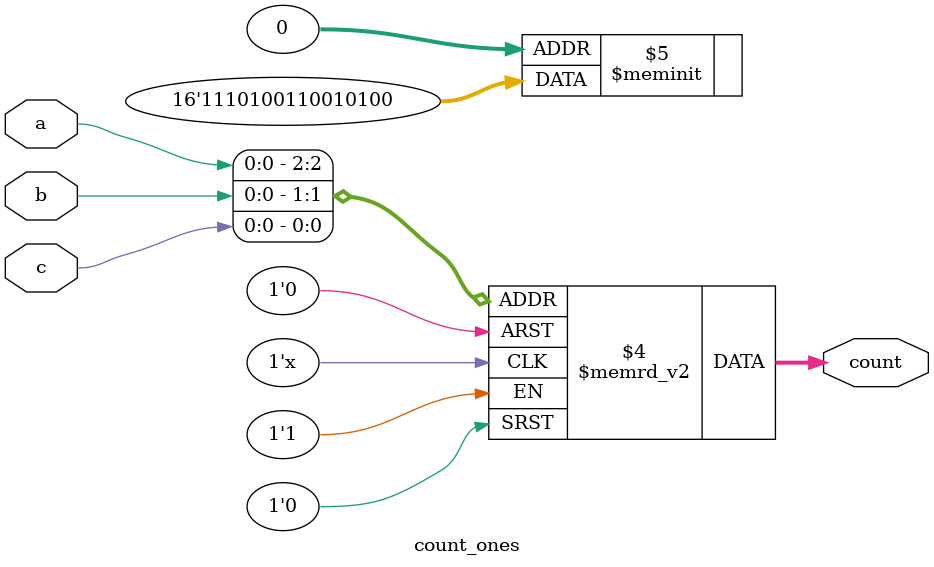
<source format=v>
module count_ones(
  input a,
  input b,
  input c,
  output reg [1:0] count
);

  always @(*) begin
    case ({a, b, c})
      3'b000: count = 2'b00;
      3'b001: count = 2'b01;
      3'b010: count = 2'b01;
      3'b011: count = 2'b10;
      3'b100: count = 2'b01;
      3'b101: count = 2'b10;
      3'b110: count = 2'b10;
      3'b111: count = 2'b11;
    endcase
  end

endmodule
</source>
